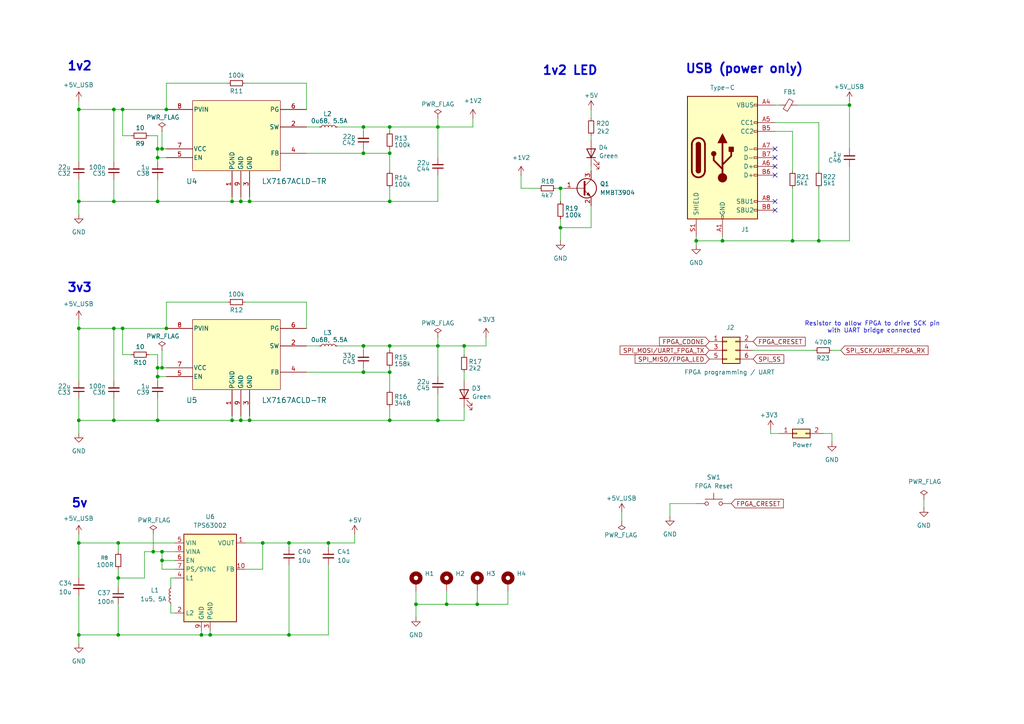
<source format=kicad_sch>
(kicad_sch (version 20250114) (generator "eeschema") (generator_version "9.0")
  (paper "A4")
  (lib_symbols
    (symbol "+5V_1" (power) (pin_numbers (hide yes)) (pin_names (offset 0) (hide yes))
      (property "Value" "+5V" (at 0 3.556 0))
      (symbol "+5V_1_1_1"
        (pin power_in line (at 0 0 90) (length 0) (name "~") (number "1"))
      )
    )
    (symbol "Connector:USB_C_Receptacle_USB2.0_16P" (pin_names (offset 1.016))
      (property "Reference" "J" (at 0 22.225 0))
      (property "Value" "USB_C_Receptacle_USB2.0_16P" (at 0 19.685 0))
      (symbol "USB_C_Receptacle_USB2.0_16P_1_1"
        (pin passive line (at -7.62 -22.86 90) (length 5.08) (name "SHIELD") (number "S1"))
        (pin passive line (at 0 -22.86 90) (length 5.08) (name "GND") (number "A1"))
        (pin passive line (at 0 -22.86 90) (length 5.08) (hide yes) (name "GND") (number "A12"))
        (pin passive line (at 0 -22.86 90) (length 5.08) (hide yes) (name "GND") (number "B1"))
        (pin passive line (at 0 -22.86 90) (length 5.08) (hide yes) (name "GND") (number "B12"))
        (pin passive line (at 15.24 15.24 180) (length 5.08) (name "VBUS") (number "A4"))
        (pin passive line (at 15.24 15.24 180) (length 5.08) (hide yes) (name "VBUS") (number "A9"))
        (pin passive line (at 15.24 15.24 180) (length 5.08) (hide yes) (name "VBUS") (number "B4"))
        (pin passive line (at 15.24 15.24 180) (length 5.08) (hide yes) (name "VBUS") (number "B9"))
        (pin bidirectional line (at 15.24 10.16 180) (length 5.08) (name "CC1") (number "A5"))
        (pin bidirectional line (at 15.24 7.62 180) (length 5.08) (name "CC2") (number "B5"))
        (pin bidirectional line (at 15.24 2.54 180) (length 5.08) (name "D-") (number "A7"))
        (pin bidirectional line (at 15.24 0 180) (length 5.08) (name "D-") (number "B7"))
        (pin bidirectional line (at 15.24 -2.54 180) (length 5.08) (name "D+") (number "A6"))
        (pin bidirectional line (at 15.24 -5.08 180) (length 5.08) (name "D+") (number "B6"))
        (pin bidirectional line (at 15.24 -12.7 180) (length 5.08) (name "SBU1") (number "A8"))
        (pin bidirectional line (at 15.24 -15.24 180) (length 5.08) (name "SBU2") (number "B8"))
      )
    )
    (symbol "Connector_Generic:Conn_02x01" (pin_names (offset 1.016) (hide yes))
      (property "Reference" "J" (at 1.27 2.54 0))
      (property "Value" "Conn_02x01" (at 1.27 -2.54 0))
      (symbol "Conn_02x01_1_1"
        (pin passive line (at -5.08 0 0) (length 3.81) (name "Pin_1") (number "1"))
        (pin passive line (at 7.62 0 180) (length 3.81) (name "Pin_2") (number "2"))
      )
    )
    (symbol "Connector_Generic:Conn_02x03_Odd_Even" (pin_names (offset 1.016) (hide yes))
      (property "Reference" "J" (at 1.27 5.08 0))
      (property "Value" "Conn_02x03_Odd_Even" (at 1.27 -5.08 0))
      (symbol "Conn_02x03_Odd_Even_1_1"
        (pin passive line (at -5.08 2.54 0) (length 3.81) (name "Pin_1") (number "1"))
        (pin passive line (at -5.08 0 0) (length 3.81) (name "Pin_3") (number "3"))
        (pin passive line (at -5.08 -2.54 0) (length 3.81) (name "Pin_5") (number "5"))
        (pin passive line (at 7.62 2.54 180) (length 3.81) (name "Pin_2") (number "2"))
        (pin passive line (at 7.62 0 180) (length 3.81) (name "Pin_4") (number "4"))
        (pin passive line (at 7.62 -2.54 180) (length 3.81) (name "Pin_6") (number "6"))
      )
    )
    (symbol "Device:C_Small" (pin_numbers (hide yes)) (pin_names (offset 0.254) (hide yes))
      (property "Reference" "C" (at 0.254 1.778 0))
      (property "Value" "C_Small" (at 0.254 -2.032 0))
      (symbol "C_Small_1_1"
        (pin passive line (at 0 2.54 270) (length 2.032) (name "~") (number "1"))
        (pin passive line (at 0 -2.54 90) (length 2.032) (name "~") (number "2"))
      )
    )
    (symbol "Device:FerriteBead_Small" (pin_numbers (hide yes)) (pin_names (offset 0))
      (property "Reference" "FB" (at 1.905 1.27 0))
      (property "Value" "FerriteBead_Small" (at 1.905 -1.27 0))
      (symbol "FerriteBead_Small_1_1"
        (pin passive line (at 0 2.54 270) (length 1.27) (name "~") (number "1"))
        (pin passive line (at 0 -2.54 90) (length 1.27) (name "~") (number "2"))
      )
    )
    (symbol "Device:LED" (pin_numbers (hide yes)) (pin_names (offset 1.016) (hide yes))
      (property "Reference" "D" (at 0 2.54 0))
      (property "Value" "LED" (at 0 -2.54 0))
      (symbol "LED_1_1"
        (pin passive line (at -3.81 0 0) (length 2.54) (name "K") (number "1"))
        (pin passive line (at 3.81 0 180) (length 2.54) (name "A") (number "2"))
      )
    )
    (symbol "Device:L_Small" (pin_numbers (hide yes)) (pin_names (offset 0.254) (hide yes))
      (property "Reference" "L" (at 0.762 1.016 0))
      (property "Value" "L_Small" (at 0.762 -1.016 0))
      (symbol "L_Small_1_1"
        (pin passive line (at 0 2.54 270) (length 0.508) (name "~") (number "1"))
        (pin passive line (at 0 -2.54 90) (length 0.508) (name "~") (number "2"))
      )
    )
    (symbol "Device:R_Small" (pin_numbers (hide yes)) (pin_names (offset 0.254) (hide yes))
      (property "Reference" "R" (at 0 0 90))
      (property "Value" "R_Small" (at 1.778 0 90))
      (symbol "R_Small_1_1"
        (pin passive line (at 0 2.54 270) (length 0.762) (name "~") (number "1"))
        (pin passive line (at 0 -2.54 90) (length 0.762) (name "~") (number "2"))
      )
    )
    (symbol "GND_2" (power) (pin_numbers (hide yes)) (pin_names (offset 0) (hide yes))
      (property "Value" "GND" (at 0 -3.81 0))
      (symbol "GND_2_1_1"
        (pin power_in line (at 0 0 270) (length 0) (name "~") (number "1"))
      )
    )
    (symbol "Mechanical:MountingHole_Pad" (pin_numbers (hide yes)) (pin_names (offset 1.016) (hide yes)) (in_bom no)
      (property "Reference" "H" (at 0 6.35 0))
      (property "Value" "MountingHole_Pad" (at 0 4.445 0))
      (symbol "MountingHole_Pad_1_1"
        (pin input line (at 0 -2.54 90) (length 2.54) (name "1") (number "1"))
      )
    )
    (symbol "Regulator_Switching:TPS63002"
      (property "Reference" "U" (at -7.62 13.97 0))
      (property "Value" "TPS63002" (at 5.08 13.97 0))
      (symbol "TPS63002_1_1"
        (pin power_in line (at -10.16 10.16 0) (length 2.54) (name "VIN") (number "5"))
        (pin power_in line (at -10.16 7.62 0) (length 2.54) (name "VINA") (number "8"))
        (pin input line (at -10.16 5.08 0) (length 2.54) (name "EN") (number "6"))
        (pin input line (at -10.16 2.54 0) (length 2.54) (name "PS/SYNC") (number "7"))
        (pin input line (at -10.16 0 0) (length 2.54) (name "L1") (number "4"))
        (pin input line (at -10.16 -10.16 0) (length 2.54) (name "L2") (number "2"))
        (pin power_in line (at -2.54 -15.24 90) (length 2.54) (name "GND") (number "9"))
        (pin passive line (at 0 -15.24 90) (length 2.54) (hide yes) (name "PGND") (number "11"))
        (pin power_in line (at 0 -15.24 90) (length 2.54) (name "PGND") (number "3"))
        (pin power_out line (at 10.16 10.16 180) (length 2.54) (name "VOUT") (number "1"))
        (pin input line (at 10.16 2.54 180) (length 2.54) (name "FB") (number "10"))
      )
    )
    (symbol "Switch:SW_Push" (pin_numbers (hide yes)) (pin_names (offset 1.016) (hide yes))
      (property "Reference" "SW" (at 1.27 2.54 0))
      (property "Value" "SW_Push" (at 0 -1.524 0))
      (symbol "SW_Push_0_1"
        (pin passive line (at -5.08 0 0) (length 2.54) (name "1") (number "1"))
        (pin passive line (at 5.08 0 180) (length 2.54) (name "2") (number "2"))
      )
    )
    (symbol "Transistor_BJT:MMBT3904" (pin_names (offset 0) (hide yes))
      (property "Reference" "Q" (at 5.08 1.905 0))
      (property "Value" "MMBT3904" (at 5.08 0 0))
      (symbol "MMBT3904_1_1"
        (pin input line (at -5.08 0 0) (length 2.54) (name "B") (number "1"))
        (pin passive line (at 2.54 5.08 270) (length 2.54) (name "C") (number "3"))
        (pin passive line (at 2.54 -5.08 90) (length 2.54) (name "E") (number "2"))
      )
    )
    (symbol "power:+1V2" (power) (pin_numbers (hide yes)) (pin_names (offset 0) (hide yes))
      (property "Value" "+1V2" (at 0 3.556 0))
      (symbol "+1V2_1_1"
        (pin power_in line (at 0 0 90) (length 0) (name "~") (number "1"))
      )
    )
    (symbol "power:+3V3" (power) (pin_numbers (hide yes)) (pin_names (offset 0) (hide yes))
      (property "Value" "+3V3" (at 0 3.556 0))
      (symbol "+3V3_1_1"
        (pin power_in line (at 0 0 90) (length 0) (name "~") (number "1"))
      )
    )
    (symbol "power:PWR_FLAG" (power) (pin_numbers (hide yes)) (pin_names (offset 0) (hide yes))
      (property "Value" "PWR_FLAG" (at 0 3.81 0))
      (symbol "PWR_FLAG_0_0"
        (pin power_out line (at 0 0 90) (length 0) (name "~") (number "1"))
      )
    )
    (symbol "symbols:LX7167ACLD-TR" (pin_names (offset 0.254))
      (property "Reference" "U5" (at 7.366 -18.288 0))
      (property "Value" "LX7167ACLD-TR" (at 37.084 -18.288 0))
      (symbol "LX7167ACLD-TR_0_1"
        (pin power_in line (at 0 2.54 0) (length 7.62) (name "PVIN") (number "8"))
        (pin power_in line (at 0 -8.89 0) (length 7.62) (name "VCC") (number "7"))
        (pin input line (at 0 -11.43 0) (length 7.62) (name "EN") (number "5"))
        (pin power_in line (at 19.05 -22.86 90) (length 7.62) (name "PGND") (number "1"))
        (pin power_in line (at 21.59 -22.86 90) (length 7.62) (name "GND") (number "9"))
        (pin power_in line (at 24.13 -22.86 90) (length 7.62) (name "GND") (number "3"))
        (pin output line (at 40.64 2.54 180) (length 7.62) (name "PG") (number "6"))
        (pin input line (at 40.64 -2.54 180) (length 7.62) (name "SW") (number "2"))
        (pin input line (at 40.64 -10.16 180) (length 7.62) (name "FB") (number "4"))
      )
    )
  )
  (text "1v2 LED" (at 165.354 20.574 0) (effects (font (size 2.54 2.54) (thickness 0.508) (bold yes))))
  (text "Resistor to allow FPGA to drive SCK pin \nwith UART bridge connected" (at 253.492 94.996 0) (effects (font (size 1.27 1.27))))
  (text "3v3" (at 23.114 83.566 0) (effects (font (size 2.54 2.54) (thickness 0.508) (bold yes))))
  (text "5v" (at 23.114 146.05 0) (effects (font (size 2.54 2.54) (thickness 0.508) (bold yes))))
  (text "1v2" (at 23.114 19.304 0) (effects (font (size 2.54 2.54) (thickness 0.508) (bold yes))))
  (text "USB (power only)" (at 215.9 20.066 0) (effects (font (size 2.54 2.54) (thickness 0.508) (bold yes))))
  (junction (at 46.99 160.02))
  (junction (at 67.31 121.92))
  (junction (at 45.72 121.92))
  (junction (at 45.72 43.18))
  (junction (at 33.02 121.92))
  (junction (at 46.99 162.56))
  (junction (at 105.41 107.95))
  (junction (at 162.56 54.61))
  (junction (at 45.72 109.22))
  (junction (at 237.49 69.85))
  (junction (at 113.03 44.45))
  (junction (at 22.86 31.75))
  (junction (at 45.72 45.72))
  (junction (at 22.86 157.48))
  (junction (at 33.02 31.75))
  (junction (at 105.41 44.45))
  (junction (at 33.02 58.42))
  (junction (at 201.93 69.85))
  (junction (at 48.26 31.75))
  (junction (at 34.29 167.64))
  (junction (at 22.86 58.42))
  (junction (at 83.82 157.48))
  (junction (at 127 100.33))
  (junction (at 22.86 95.25))
  (junction (at 76.2 157.48))
  (junction (at 120.65 175.26))
  (junction (at 22.86 121.92))
  (junction (at 113.03 121.92))
  (junction (at 44.45 160.02))
  (junction (at 35.56 31.75))
  (junction (at 127 36.83))
  (junction (at 134.62 100.33))
  (junction (at 162.56 66.04))
  (junction (at 95.25 157.48))
  (junction (at 127 121.92))
  (junction (at 34.29 184.15))
  (junction (at 105.41 36.83))
  (junction (at 45.72 58.42))
  (junction (at 46.99 106.68))
  (junction (at 46.99 43.18))
  (junction (at 69.85 58.42))
  (junction (at 22.86 184.15))
  (junction (at 58.42 184.15))
  (junction (at 69.85 121.92))
  (junction (at 34.29 157.48))
  (junction (at 60.96 184.15))
  (junction (at 113.03 58.42))
  (junction (at 113.03 107.95))
  (junction (at 45.72 106.68))
  (junction (at 67.31 58.42))
  (junction (at 33.02 95.25))
  (junction (at 48.26 95.25))
  (junction (at 35.56 95.25))
  (junction (at 246.38 30.48))
  (junction (at 83.82 184.15))
  (junction (at 138.43 175.26))
  (junction (at 72.39 58.42))
  (junction (at 113.03 36.83))
  (junction (at 113.03 100.33))
  (junction (at 105.41 100.33))
  (junction (at 229.87 69.85))
  (junction (at 72.39 121.92))
  (junction (at 129.54 175.26))
  (junction (at 209.55 69.85))
  (no_connect (at 224.79 58.42))
  (no_connect (at 224.79 50.8))
  (no_connect (at 224.79 60.96))
  (no_connect (at 224.79 43.18))
  (no_connect (at 224.79 48.26))
  (no_connect (at 224.79 45.72))
  (wire (pts (xy 45.72 46.99) (xy 45.72 45.72)))
  (wire (pts (xy 22.86 31.75) (xy 33.02 31.75)))
  (wire (pts (xy 201.93 69.85) (xy 209.55 69.85)))
  (wire (pts (xy 66.04 24.13) (xy 48.26 24.13)))
  (wire (pts (xy 127 58.42) (xy 127 50.8)))
  (wire (pts (xy 72.39 57.15) (xy 72.39 58.42)))
  (wire (pts (xy 22.86 125.73) (xy 22.86 121.92)))
  (wire (pts (xy 60.96 184.15) (xy 58.42 184.15)))
  (wire (pts (xy 171.45 66.04) (xy 162.56 66.04)))
  (wire (pts (xy 151.13 54.61) (xy 156.21 54.61)))
  (wire (pts (xy 72.39 121.92) (xy 69.85 121.92)))
  (wire (pts (xy 69.85 58.42) (xy 67.31 58.42)))
  (wire (pts (xy 49.53 177.8) (xy 49.53 175.26)))
  (wire (pts (xy 45.72 58.42) (xy 67.31 58.42)))
  (wire (pts (xy 97.79 36.83) (xy 105.41 36.83)))
  (wire (pts (xy 45.72 102.87) (xy 45.72 106.68)))
  (wire (pts (xy 105.41 36.83) (xy 113.03 36.83)))
  (wire (pts (xy 22.86 115.57) (xy 22.86 121.92)))
  (wire (pts (xy 34.29 167.64) (xy 41.91 167.64)))
  (wire (pts (xy 171.45 48.26) (xy 171.45 49.53)))
  (wire (pts (xy 113.03 44.45) (xy 113.03 43.18)))
  (wire (pts (xy 134.62 100.33) (xy 134.62 102.87)))
  (wire (pts (xy 46.99 43.18) (xy 48.26 43.18)))
  (wire (pts (xy 45.72 115.57) (xy 45.72 121.92)))
  (wire (pts (xy 72.39 58.42) (xy 69.85 58.42)))
  (wire (pts (xy 43.18 39.37) (xy 45.72 39.37)))
  (wire (pts (xy 95.25 184.15) (xy 83.82 184.15)))
  (wire (pts (xy 45.72 109.22) (xy 45.72 106.68)))
  (wire (pts (xy 49.53 170.18) (xy 49.53 167.64)))
  (wire (pts (xy 246.38 43.18) (xy 246.38 30.48)))
  (wire (pts (xy 224.79 30.48) (xy 226.06 30.48)))
  (wire (pts (xy 229.87 69.85) (xy 237.49 69.85)))
  (wire (pts (xy 113.03 58.42) (xy 72.39 58.42)))
  (wire (pts (xy 34.29 184.15) (xy 58.42 184.15)))
  (wire (pts (xy 201.93 68.58) (xy 201.93 69.85)))
  (wire (pts (xy 113.03 54.61) (xy 113.03 58.42)))
  (wire (pts (xy 48.26 24.13) (xy 48.26 31.75)))
  (wire (pts (xy 76.2 165.1) (xy 76.2 157.48)))
  (wire (pts (xy 127 36.83) (xy 137.16 36.83)))
  (wire (pts (xy 45.72 121.92) (xy 67.31 121.92)))
  (wire (pts (xy 50.8 177.8) (xy 49.53 177.8)))
  (wire (pts (xy 237.49 54.61) (xy 237.49 69.85)))
  (wire (pts (xy 33.02 31.75) (xy 33.02 46.99)))
  (wire (pts (xy 171.45 59.69) (xy 171.45 66.04)))
  (wire (pts (xy 113.03 100.33) (xy 127 100.33)))
  (wire (pts (xy 162.56 66.04) (xy 162.56 63.5)))
  (wire (pts (xy 35.56 39.37) (xy 35.56 31.75)))
  (wire (pts (xy 33.02 95.25) (xy 33.02 110.49)))
  (wire (pts (xy 46.99 160.02) (xy 50.8 160.02)))
  (wire (pts (xy 138.43 175.26) (xy 129.54 175.26)))
  (wire (pts (xy 129.54 171.45) (xy 129.54 175.26)))
  (wire (pts (xy 83.82 184.15) (xy 60.96 184.15)))
  (wire (pts (xy 134.62 107.95) (xy 134.62 110.49)))
  (wire (pts (xy 151.13 50.8) (xy 151.13 54.61)))
  (wire (pts (xy 127 36.83) (xy 127 45.72)))
  (wire (pts (xy 223.52 124.46) (xy 223.52 125.73)))
  (wire (pts (xy 231.14 30.48) (xy 246.38 30.48)))
  (wire (pts (xy 127 100.33) (xy 127 109.22)))
  (wire (pts (xy 194.31 146.05) (xy 194.31 149.86)))
  (wire (pts (xy 34.29 167.64) (xy 34.29 170.18)))
  (wire (pts (xy 162.56 69.85) (xy 162.56 66.04)))
  (wire (pts (xy 129.54 175.26) (xy 120.65 175.26)))
  (wire (pts (xy 180.34 148.59) (xy 180.34 151.13)))
  (wire (pts (xy 34.29 175.26) (xy 34.29 184.15)))
  (wire (pts (xy 45.72 39.37) (xy 45.72 43.18)))
  (wire (pts (xy 147.32 171.45) (xy 147.32 175.26)))
  (wire (pts (xy 105.41 100.33) (xy 113.03 100.33)))
  (wire (pts (xy 113.03 121.92) (xy 72.39 121.92)))
  (wire (pts (xy 22.86 157.48) (xy 34.29 157.48)))
  (wire (pts (xy 33.02 95.25) (xy 35.56 95.25)))
  (wire (pts (xy 60.96 182.88) (xy 60.96 184.15)))
  (wire (pts (xy 246.38 29.21) (xy 246.38 30.48)))
  (wire (pts (xy 224.79 38.1) (xy 229.87 38.1)))
  (wire (pts (xy 134.62 118.11) (xy 134.62 121.92)))
  (wire (pts (xy 88.9 24.13) (xy 71.12 24.13)))
  (wire (pts (xy 243.84 101.6) (xy 241.3 101.6)))
  (wire (pts (xy 46.99 162.56) (xy 50.8 162.56)))
  (wire (pts (xy 120.65 175.26) (xy 120.65 179.07)))
  (wire (pts (xy 88.9 31.75) (xy 88.9 24.13)))
  (wire (pts (xy 88.9 100.33) (xy 92.71 100.33)))
  (wire (pts (xy 102.87 157.48) (xy 102.87 154.94)))
  (wire (pts (xy 246.38 48.26) (xy 246.38 69.85)))
  (wire (pts (xy 43.18 102.87) (xy 45.72 102.87)))
  (wire (pts (xy 35.56 102.87) (xy 35.56 95.25)))
  (wire (pts (xy 224.79 35.56) (xy 237.49 35.56)))
  (wire (pts (xy 201.93 69.85) (xy 201.93 71.12)))
  (wire (pts (xy 67.31 57.15) (xy 67.31 58.42)))
  (wire (pts (xy 72.39 120.65) (xy 72.39 121.92)))
  (wire (pts (xy 241.3 128.27) (xy 241.3 125.73)))
  (wire (pts (xy 48.26 87.63) (xy 48.26 95.25)))
  (wire (pts (xy 45.72 52.07) (xy 45.72 58.42)))
  (wire (pts (xy 134.62 121.92) (xy 127 121.92)))
  (wire (pts (xy 49.53 167.64) (xy 50.8 167.64)))
  (wire (pts (xy 97.79 100.33) (xy 105.41 100.33)))
  (wire (pts (xy 88.9 87.63) (xy 71.12 87.63)))
  (wire (pts (xy 105.41 44.45) (xy 105.41 43.18)))
  (wire (pts (xy 88.9 36.83) (xy 92.71 36.83)))
  (wire (pts (xy 105.41 36.83) (xy 105.41 38.1)))
  (wire (pts (xy 209.55 68.58) (xy 209.55 69.85)))
  (wire (pts (xy 88.9 44.45) (xy 105.41 44.45)))
  (wire (pts (xy 44.45 154.94) (xy 44.45 160.02)))
  (wire (pts (xy 113.03 107.95) (xy 113.03 113.03)))
  (wire (pts (xy 267.97 147.32) (xy 267.97 144.78)))
  (wire (pts (xy 223.52 125.73) (xy 226.06 125.73)))
  (wire (pts (xy 95.25 163.83) (xy 95.25 184.15)))
  (wire (pts (xy 127 121.92) (xy 127 114.3)))
  (wire (pts (xy 22.86 186.69) (xy 22.86 184.15)))
  (wire (pts (xy 113.03 121.92) (xy 127 121.92)))
  (wire (pts (xy 113.03 44.45) (xy 113.03 49.53)))
  (wire (pts (xy 83.82 157.48) (xy 95.25 157.48)))
  (wire (pts (xy 113.03 36.83) (xy 127 36.83)))
  (wire (pts (xy 22.86 121.92) (xy 33.02 121.92)))
  (wire (pts (xy 105.41 100.33) (xy 105.41 101.6)))
  (wire (pts (xy 45.72 43.18) (xy 46.99 43.18)))
  (wire (pts (xy 45.72 106.68) (xy 46.99 106.68)))
  (wire (pts (xy 35.56 95.25) (xy 48.26 95.25)))
  (wire (pts (xy 50.8 165.1) (xy 46.99 165.1)))
  (wire (pts (xy 34.29 157.48) (xy 34.29 160.02)))
  (wire (pts (xy 67.31 120.65) (xy 67.31 121.92)))
  (wire (pts (xy 71.12 165.1) (xy 76.2 165.1)))
  (wire (pts (xy 83.82 163.83) (xy 83.82 184.15)))
  (wire (pts (xy 237.49 35.56) (xy 237.49 49.53)))
  (wire (pts (xy 76.2 157.48) (xy 83.82 157.48)))
  (wire (pts (xy 38.1 102.87) (xy 35.56 102.87)))
  (wire (pts (xy 218.44 101.6) (xy 236.22 101.6)))
  (wire (pts (xy 33.02 58.42) (xy 45.72 58.42)))
  (wire (pts (xy 34.29 165.1) (xy 34.29 167.64)))
  (wire (pts (xy 162.56 54.61) (xy 162.56 58.42)))
  (wire (pts (xy 22.86 95.25) (xy 22.86 110.49)))
  (wire (pts (xy 237.49 69.85) (xy 246.38 69.85)))
  (wire (pts (xy 138.43 171.45) (xy 138.43 175.26)))
  (wire (pts (xy 33.02 121.92) (xy 45.72 121.92)))
  (wire (pts (xy 46.99 101.6) (xy 46.99 106.68)))
  (wire (pts (xy 71.12 157.48) (xy 76.2 157.48)))
  (wire (pts (xy 88.9 95.25) (xy 88.9 87.63)))
  (wire (pts (xy 33.02 31.75) (xy 35.56 31.75)))
  (wire (pts (xy 209.55 69.85) (xy 229.87 69.85)))
  (wire (pts (xy 127 97.79) (xy 127 100.33)))
  (wire (pts (xy 120.65 171.45) (xy 120.65 175.26)))
  (wire (pts (xy 105.41 44.45) (xy 113.03 44.45)))
  (wire (pts (xy 66.04 87.63) (xy 48.26 87.63)))
  (wire (pts (xy 46.99 106.68) (xy 48.26 106.68)))
  (wire (pts (xy 88.9 107.95) (xy 105.41 107.95)))
  (wire (pts (xy 95.25 157.48) (xy 102.87 157.48)))
  (wire (pts (xy 194.31 146.05) (xy 201.93 146.05)))
  (wire (pts (xy 105.41 107.95) (xy 113.03 107.95)))
  (wire (pts (xy 137.16 34.29) (xy 137.16 36.83)))
  (wire (pts (xy 44.45 160.02) (xy 46.99 160.02)))
  (wire (pts (xy 22.86 62.23) (xy 22.86 58.42)))
  (wire (pts (xy 113.03 118.11) (xy 113.03 121.92)))
  (wire (pts (xy 22.86 31.75) (xy 22.86 29.21)))
  (wire (pts (xy 22.86 58.42) (xy 33.02 58.42)))
  (wire (pts (xy 22.86 172.72) (xy 22.86 184.15)))
  (wire (pts (xy 22.86 52.07) (xy 22.86 58.42)))
  (wire (pts (xy 229.87 54.61) (xy 229.87 69.85)))
  (wire (pts (xy 113.03 58.42) (xy 127 58.42)))
  (wire (pts (xy 45.72 45.72) (xy 45.72 43.18)))
  (wire (pts (xy 147.32 175.26) (xy 138.43 175.26)))
  (wire (pts (xy 35.56 31.75) (xy 48.26 31.75)))
  (wire (pts (xy 229.87 38.1) (xy 229.87 49.53)))
  (wire (pts (xy 161.29 54.61) (xy 162.56 54.61)))
  (wire (pts (xy 127 100.33) (xy 134.62 100.33)))
  (wire (pts (xy 22.86 184.15) (xy 34.29 184.15)))
  (wire (pts (xy 113.03 107.95) (xy 113.03 106.68)))
  (wire (pts (xy 45.72 110.49) (xy 45.72 109.22)))
  (wire (pts (xy 83.82 157.48) (xy 83.82 158.75)))
  (wire (pts (xy 46.99 165.1) (xy 46.99 162.56)))
  (wire (pts (xy 22.86 95.25) (xy 33.02 95.25)))
  (wire (pts (xy 46.99 38.1) (xy 46.99 43.18)))
  (wire (pts (xy 69.85 120.65) (xy 69.85 121.92)))
  (wire (pts (xy 41.91 160.02) (xy 44.45 160.02)))
  (wire (pts (xy 58.42 184.15) (xy 58.42 182.88)))
  (wire (pts (xy 140.97 97.79) (xy 140.97 100.33)))
  (wire (pts (xy 127 34.29) (xy 127 36.83)))
  (wire (pts (xy 162.56 54.61) (xy 163.83 54.61)))
  (wire (pts (xy 134.62 100.33) (xy 140.97 100.33)))
  (wire (pts (xy 113.03 100.33) (xy 113.03 101.6)))
  (wire (pts (xy 105.41 107.95) (xy 105.41 106.68)))
  (wire (pts (xy 241.3 125.73) (xy 238.76 125.73)))
  (wire (pts (xy 33.02 52.07) (xy 33.02 58.42)))
  (wire (pts (xy 22.86 157.48) (xy 22.86 167.64)))
  (wire (pts (xy 45.72 45.72) (xy 48.26 45.72)))
  (wire (pts (xy 69.85 121.92) (xy 67.31 121.92)))
  (wire (pts (xy 34.29 157.48) (xy 50.8 157.48)))
  (wire (pts (xy 41.91 167.64) (xy 41.91 160.02)))
  (wire (pts (xy 33.02 115.57) (xy 33.02 121.92)))
  (wire (pts (xy 22.86 95.25) (xy 22.86 92.71)))
  (wire (pts (xy 45.72 109.22) (xy 48.26 109.22)))
  (wire (pts (xy 113.03 36.83) (xy 113.03 38.1)))
  (wire (pts (xy 69.85 57.15) (xy 69.85 58.42)))
  (wire (pts (xy 38.1 39.37) (xy 35.56 39.37)))
  (wire (pts (xy 46.99 162.56) (xy 46.99 160.02)))
  (wire (pts (xy 171.45 39.37) (xy 171.45 40.64)))
  (wire (pts (xy 22.86 154.94) (xy 22.86 157.48)))
  (wire (pts (xy 171.45 31.75) (xy 171.45 34.29)))
  (wire (pts (xy 95.25 157.48) (xy 95.25 158.75)))
  (wire (pts (xy 22.86 31.75) (xy 22.86 46.99)))
  (global_label "FPGA_CRESET" (shape input) (at 212.09 146.05 0) (property "Intersheetrefs" "${INTERSHEET_REFS}" (effects (hide yes))))
  (global_label "SPI_MISO{slash}FPGA_LED" (shape input) (at 205.74 104.14 180) (property "Intersheetrefs" "${INTERSHEET_REFS}" (effects (hide yes))))
  (global_label "SPI_SCK{slash}UART_FPGA_RX" (shape input) (at 243.84 101.6 0) (property "Intersheetrefs" "${INTERSHEET_REFS}" (effects (hide yes))))
  (global_label "SPI_MOSI{slash}UART_FPGA_TX" (shape input) (at 205.74 101.6 180) (property "Intersheetrefs" "${INTERSHEET_REFS}" (effects (hide yes))))
  (global_label "SPI_SS" (shape input) (at 218.44 104.14 0) (property "Intersheetrefs" "${INTERSHEET_REFS}" (effects (hide yes))))
  (global_label "FPGA_CRESET" (shape input) (at 218.44 99.06 0) (property "Intersheetrefs" "${INTERSHEET_REFS}" (effects (hide yes))))
  (global_label "FPGA_CDONE" (shape input) (at 205.74 99.06 180) (property "Intersheetrefs" "${INTERSHEET_REFS}" (effects (hide yes))))
  (symbol (lib_id "Device:C_Small") (at 83.82 161.29 0) (unit 1)
    (property "Reference" "C40" (at 86.36 160.0262 0) (effects (justify left)))
    (property "Value" "10u" (at 86.36 162.5662 0) (effects (justify left)))
    (property "Footprint" "Capacitor_SMD:C_0805_2012Metric_Pad1.18x1.45mm_HandSolder" (effects (hide yes)))
    (property "Description" "Unpolarized capacitor, small symbol" (effects (hide yes)))
    (property "Mouser Part Number" "187-CL21A106KQFNNNG" (effects (hide yes)))
  )
  (symbol (lib_id "power:+3V3") (at 140.97 97.79 0) (unit 1)
    (property "Reference" "#PWR030" (effects (hide yes)))
    (property "Value" "+3V3" (at 140.97 92.71 0))
    (property "Description" "Power symbol creates a global label with name \"+3V3\"" (effects (hide yes)))
  )
  (symbol (lib_id "Switch:SW_Push") (at 207.01 146.05 0) (unit 1)
    (property "Reference" "SW1" (at 207.01 138.43 0))
    (property "Value" "FPGA Reset" (at 207.01 140.97 0))
    (property "Footprint" "footprints:SWT0010-015016SSA" (effects (hide yes)))
    (property "Description" "Push button switch, generic, two pins" (effects (hide yes)))
    (property "Mouser Part Number" "640-SWT0010015016SSA" (effects (hide yes)))
  )
  (symbol (lib_id "Device:L_Small") (at 95.25 100.33 90) (unit 1)
    (property "Reference" "L3" (at 94.996 96.52 90))
    (property "Value" "0u68, 5.5A" (at 95.504 98.552 90))
    (property "Footprint" "Inductor_SMD:L_1008_2520Metric_Pad1.43x2.20mm_HandSolder" (effects (hide yes)))
    (property "Mouser Part Number" "652-SRP2512-R68M" (effects (hide yes)))
  )
  (symbol (lib_id "power:PWR_FLAG") (at 46.99 38.1 0) (unit 1)
    (property "Reference" "#FLG07" (effects (hide yes)))
    (property "Value" "PWR_FLAG" (at 47.244 34.036 0))
    (property "Description" "Special symbol for telling ERC where power comes from" (effects (hide yes)))
  )
  (symbol (lib_id "Regulator_Switching:TPS63002") (at 60.96 167.64 0) (unit 1)
    (property "Reference" "U6" (at 60.96 149.86 0))
    (property "Value" "TPS63002" (at 60.96 152.4 0))
    (property "Footprint" "Package_SON:VSON-10-1EP_3x3mm_P0.5mm_EP1.2x2mm" (effects (hide yes)))
    (property "Datasheet" "http://www.ti.com/lit/ds/symlink/tps63000.pdf" (effects (hide yes)))
    (property "Description" "Buck-Boost Converter, 1.8-5.5V Input Voltage, 1.7A Switch Current, 5V Output Voltage, VSON-10" (effects (hide yes)))
    (property "Mouser Part Number" "595-TPS63002DRCR" (effects (hide yes)))
  )
  (symbol (lib_id "power:PWR_FLAG") (at 127 97.79 0) (unit 1)
    (property "Reference" "#FLG010" (effects (hide yes)))
    (property "Value" "PWR_FLAG" (at 127 93.726 0))
    (property "Description" "Special symbol for telling ERC where power comes from" (effects (hide yes)))
  )
  (symbol (lib_name "+5V_1") (lib_id "power:+5V") (at 171.45 31.75 0) (unit 1)
    (property "Reference" "#PWR033" (effects (hide yes)))
    (property "Value" "+5V" (at 171.45 27.686 0))
    (property "Description" "Power symbol creates a global label with name \"+5V\"" (effects (hide yes)))
  )
  (symbol (lib_id "Mechanical:MountingHole_Pad") (at 147.32 168.91 0) (unit 1) (in_bom no)
    (property "Reference" "H4" (at 149.86 166.3699 0) (effects (justify left)))
    (property "Value" "MountingHole_Pad" (effects (hide yes)))
    (property "Footprint" "MountingHole:MountingHole_2.2mm_M2_Pad_Via" (effects (hide yes)))
    (property "Description" "Mounting Hole with connection" (effects (hide yes)))
  )
  (symbol (lib_name "+5V_1") (lib_id "power:+5V") (at 246.38 29.21 0) (unit 1)
    (property "Reference" "#PWR039" (effects (hide yes)))
    (property "Value" "+5V_USB" (at 241.808 25.146 0) (effects (justify left)))
    (property "Description" "Power symbol creates a global label with name \"+5V\"" (effects (hide yes)))
  )
  (symbol (lib_id "power:PWR_FLAG") (at 44.45 154.94 0) (unit 1)
    (property "Reference" "#FLG06" (effects (hide yes)))
    (property "Value" "PWR_FLAG" (at 44.704 150.876 0))
    (property "Description" "Special symbol for telling ERC where power comes from" (effects (hide yes)))
  )
  (symbol (lib_id "Device:R_Small") (at 68.58 24.13 90) (unit 1)
    (property "Reference" "R11" (at 68.58 26.416 90))
    (property "Value" "100k" (at 68.58 21.844 90))
    (property "Footprint" "Resistor_SMD:R_0805_2012Metric_Pad1.20x1.40mm_HandSolder" (effects (hide yes)))
    (property "Description" "Resistor, small symbol" (effects (hide yes)))
    (property "Mouser Part Number" "603-RT0805DRE07100KL" (effects (hide yes)))
  )
  (symbol (lib_id "Device:C_Small") (at 34.29 172.72 0) (unit 1)
    (property "Reference" "C37" (at 28.194 171.958 0) (effects (justify left)))
    (property "Value" "100n" (at 28.194 174.498 0) (effects (justify left)))
    (property "Footprint" "Capacitor_SMD:C_0603_1608Metric_Pad1.08x0.95mm_HandSolder" (effects (hide yes)))
    (property "Description" "Unpolarized capacitor, small symbol" (effects (hide yes)))
    (property "Mouser Part Number" "187-CL10B104KB8NNNC" (effects (hide yes)))
  )
  (symbol (lib_id "Mechanical:MountingHole_Pad") (at 129.54 168.91 0) (unit 1) (in_bom no)
    (property "Reference" "H2" (at 132.08 166.3699 0) (effects (justify left)))
    (property "Value" "MountingHole_Pad" (effects (hide yes)))
    (property "Footprint" "MountingHole:MountingHole_2.2mm_M2_Pad_Via" (effects (hide yes)))
    (property "Description" "Mounting Hole with connection" (effects (hide yes)))
  )
  (symbol (lib_id "Device:C_Small") (at 105.41 104.14 180) (unit 1)
    (property "Reference" "C43" (at 103.124 104.902 0) (effects (justify left)))
    (property "Value" "33p" (at 103.124 103.124 0) (effects (justify left)))
    (property "Footprint" "Capacitor_SMD:C_0805_2012Metric_Pad1.18x1.45mm_HandSolder" (effects (hide yes)))
    (property "Mouser Part Number" "603-CC805KRNPO9BN330" (effects (hide yes)))
  )
  (symbol (lib_id "Device:C_Small") (at 33.02 113.03 180) (unit 1)
    (property "Reference" "C36" (at 30.734 113.792 0) (effects (justify left)))
    (property "Value" "100n" (at 30.734 112.014 0) (effects (justify left)))
    (property "Footprint" "Capacitor_SMD:C_0603_1608Metric_Pad1.08x0.95mm_HandSolder" (effects (hide yes)))
    (property "Mouser Part Number" "187-CL10B104KB8NNNC" (effects (hide yes)))
  )
  (symbol (lib_id "power:PWR_FLAG") (at 180.34 151.13 180) (unit 1)
    (property "Reference" "#FLG011" (effects (hide yes)))
    (property "Value" "PWR_FLAG" (at 180.086 155.194 0))
    (property "Description" "Special symbol for telling ERC where power comes from" (effects (hide yes)))
  )
  (symbol (lib_id "Device:R_Small") (at 171.45 36.83 180) (unit 1)
    (property "Reference" "R20" (at 176.784 35.814 0) (effects (justify left)))
    (property "Value" "2k2" (at 176.784 38.1 0) (effects (justify left)))
    (property "Footprint" "Resistor_SMD:R_0805_2012Metric_Pad1.20x1.40mm_HandSolder" (effects (hide yes)))
    (property "Description" "Resistor, small symbol" (effects (hide yes)))
    (property "Mouser Part Number" "603-RC0805FR-072K2L" (effects (hide yes)))
  )
  (symbol (lib_id "Device:C_Small") (at 45.72 49.53 180) (unit 1)
    (property "Reference" "C38" (at 43.434 50.292 0) (effects (justify left)))
    (property "Value" "1u" (at 43.434 48.514 0) (effects (justify left)))
    (property "Footprint" "Capacitor_SMD:C_0805_2012Metric_Pad1.18x1.45mm_HandSolder" (effects (hide yes)))
    (property "Mouser Part Number" "187-CL21B105KPFNNNE" (effects (hide yes)))
  )
  (symbol (lib_id "Device:C_Small") (at 105.41 40.64 180) (unit 1)
    (property "Reference" "C42" (at 103.124 41.402 0) (effects (justify left)))
    (property "Value" "22p" (at 103.124 39.624 0) (effects (justify left)))
    (property "Footprint" "Capacitor_SMD:C_0805_2012Metric_Pad1.18x1.45mm_HandSolder" (effects (hide yes)))
    (property "Mouser Part Number" "603-CC805JRNPO9BN220" (effects (hide yes)))
  )
  (symbol (lib_id "Mechanical:MountingHole_Pad") (at 138.43 168.91 0) (unit 1) (in_bom no)
    (property "Reference" "H3" (at 140.97 166.3699 0) (effects (justify left)))
    (property "Value" "MountingHole_Pad" (effects (hide yes)))
    (property "Footprint" "MountingHole:MountingHole_2.2mm_M2_Pad_Via" (effects (hide yes)))
    (property "Description" "Mounting Hole with connection" (effects (hide yes)))
  )
  (symbol (lib_id "Device:LED") (at 171.45 44.45 90) (unit 1)
    (property "Reference" "D4" (at 173.609 42.799 90) (effects (justify right)))
    (property "Value" "Green" (at 173.736 45.212 90) (effects (justify right)))
    (property "Footprint" "LED_SMD:LED_0805_2012Metric_Pad1.15x1.40mm_HandSolder" (effects (hide yes)))
    (property "Description" "Light emitting diode" (effects (hide yes)))
    (property "Mouser Part Number" "710-150080GS75000" (effects (hide yes)))
    (property "Sim.Pins" "1=K 2=A" (effects (hide yes)))
  )
  (symbol (lib_name "GND_2") (lib_id "power:GND") (at 22.86 186.69 0) (unit 1)
    (property "Reference" "#PWR027" (effects (hide yes)))
    (property "Value" "GND" (at 22.86 191.77 0))
    (property "Description" "Power symbol creates a global label with name \"GND\" , ground" (effects (hide yes)))
  )
  (symbol (lib_id "Transistor_BJT:MMBT3904") (at 168.91 54.61 0) (unit 1)
    (property "Reference" "Q1" (at 173.99 53.3399 0) (effects (justify left)))
    (property "Value" "MMBT3904" (at 173.99 55.8799 0) (effects (justify left)))
    (property "Footprint" "Package_TO_SOT_SMD:SOT-23" (effects (hide yes)))
    (property "Datasheet" "https://www.onsemi.com/pdf/datasheet/pzt3904-d.pdf" (effects (hide yes)))
    (property "Description" "0.2A Ic, 40V Vce, Small Signal NPN Transistor, SOT-23" (effects (hide yes)))
    (property "Mouser Part Number" "637-MMBT3904" (effects (hide yes)))
  )
  (symbol (lib_name "+5V_1") (lib_id "power:+5V") (at 180.34 148.59 0) (unit 1)
    (property "Reference" "#PWR034" (effects (hide yes)))
    (property "Value" "+5V_USB" (at 175.768 144.526 0) (effects (justify left)))
    (property "Description" "Power symbol creates a global label with name \"+5V\"" (effects (hide yes)))
  )
  (symbol (lib_id "Device:R_Small") (at 162.56 60.96 0) (unit 1)
    (property "Reference" "R19" (at 163.83 60.452 0) (effects (justify left)))
    (property "Value" "100k" (at 163.83 62.357 0) (effects (justify left)))
    (property "Footprint" "Resistor_SMD:R_0805_2012Metric_Pad1.20x1.40mm_HandSolder" (effects (hide yes)))
    (property "Description" "Resistor, small symbol" (effects (hide yes)))
    (property "Mouser Part Number" "603-RT0805DRE07100KL" (effects (hide yes)))
  )
  (symbol (lib_id "Device:R_Small") (at 34.29 162.56 0) (unit 1)
    (property "Reference" "R8" (at 29.21 161.798 0) (effects (font (size 1.016 1.016)) (justify left)))
    (property "Value" "100R" (at 27.94 163.83 0) (effects (justify left)))
    (property "Footprint" "Resistor_SMD:R_0805_2012Metric_Pad1.20x1.40mm_HandSolder" (effects (hide yes)))
    (property "Description" "Resistor, small symbol" (effects (hide yes)))
    (property "Mouser Part Number" "603-AC0805FR-13100RL" (effects (hide yes)))
  )
  (symbol (lib_id "Device:C_Small") (at 33.02 49.53 180) (unit 1)
    (property "Reference" "C35" (at 30.734 50.292 0) (effects (justify left)))
    (property "Value" "100n" (at 30.734 48.514 0) (effects (justify left)))
    (property "Footprint" "Capacitor_SMD:C_0603_1608Metric_Pad1.08x0.95mm_HandSolder" (effects (hide yes)))
    (property "Mouser Part Number" "187-CL10B104KB8NNNC" (effects (hide yes)))
  )
  (symbol (lib_name "GND_2") (lib_id "power:GND") (at 162.56 69.85 0) (unit 1)
    (property "Reference" "#PWR032" (effects (hide yes)))
    (property "Value" "GND" (at 162.56 74.93 0))
    (property "Description" "Power symbol creates a global label with name \"GND\" , ground" (effects (hide yes)))
  )
  (symbol (lib_name "GND_2") (lib_id "power:GND") (at 120.65 179.07 0) (unit 1)
    (property "Reference" "#PWR063" (effects (hide yes)))
    (property "Value" "GND" (at 120.65 184.15 0))
    (property "Description" "Power symbol creates a global label with name \"GND\" , ground" (effects (hide yes)))
  )
  (symbol (lib_id "Device:C_Small") (at 95.25 161.29 0) (unit 1)
    (property "Reference" "C41" (at 97.79 160.0262 0) (effects (justify left)))
    (property "Value" "10u" (at 97.79 162.5662 0) (effects (justify left)))
    (property "Footprint" "Capacitor_SMD:C_0805_2012Metric_Pad1.18x1.45mm_HandSolder" (effects (hide yes)))
    (property "Description" "Unpolarized capacitor, small symbol" (effects (hide yes)))
    (property "Mouser Part Number" "187-CL21A106KQFNNNG" (effects (hide yes)))
  )
  (symbol (lib_id "power:+1V2") (at 137.16 34.29 0) (unit 1)
    (property "Reference" "#PWR029" (effects (hide yes)))
    (property "Value" "+1V2" (at 137.16 29.21 0))
    (property "Description" "Power symbol creates a global label with name \"+1V2\"" (effects (hide yes)))
  )
  (symbol (lib_id "Device:R_Small") (at 68.58 87.63 90) (unit 1)
    (property "Reference" "R12" (at 68.58 89.916 90))
    (property "Value" "100k" (at 68.58 85.344 90))
    (property "Footprint" "Resistor_SMD:R_0805_2012Metric_Pad1.20x1.40mm_HandSolder" (effects (hide yes)))
    (property "Description" "Resistor, small symbol" (effects (hide yes)))
    (property "Mouser Part Number" "603-RT0805DRE07100KL" (effects (hide yes)))
  )
  (symbol (lib_id "Device:C_Small") (at 127 48.26 180) (unit 1)
    (property "Reference" "C44" (at 124.714 49.022 0) (effects (justify left)))
    (property "Value" "22u" (at 124.714 47.244 0) (effects (justify left)))
    (property "Footprint" "Capacitor_SMD:C_0805_2012Metric_Pad1.18x1.45mm_HandSolder" (effects (hide yes)))
    (property "Mouser Part Number" "187-CL21A226MAYNNNE" (effects (hide yes)))
  )
  (symbol (lib_id "Connector_Generic:Conn_02x03_Odd_Even") (at 210.82 101.6 0) (unit 1)
    (property "Reference" "J2" (at 211.836 94.996 0))
    (property "Value" "FPGA programming / UART" (at 211.582 107.95 0))
    (property "Footprint" "Connector_PinHeader_2.54mm:PinHeader_2x03_P2.54mm_Vertical" (effects (hide yes)))
    (property "Description" "Generic connector, double row, 02x03, odd/even pin numbering scheme (row 1 odd numbers, row 2 even numbers), script generated (kicad-library-utils/schlib/autogen/connector/)" (effects (hide yes)))
    (property "Mouser Part Number" "649-1012938190604BLF" (effects (hide yes)))
  )
  (symbol (lib_id "symbols:LX7167ACLD-TR") (at 48.26 34.29 0) (unit 1)
    (property "Reference" "U4" (at 55.626 52.578 0) (effects (font (size 1.524 1.524))))
    (property "Value" "LX7167ACLD-TR" (at 85.344 52.578 0) (effects (font (size 1.524 1.524))))
    (property "Footprint" "Package_DFN_QFN:DFN-8-1EP_2x2mm_P0.5mm_EP0.8x1.6mm" (effects (hide yes)))
    (property "Datasheet" "LX7167ACLD-TR" (effects (hide yes)))
    (property "Mouser Part Number" "494-LX7167ACLD-TR" (effects (hide yes)))
  )
  (symbol (lib_id "power:PWR_FLAG") (at 46.99 101.6 0) (unit 1)
    (property "Reference" "#FLG08" (effects (hide yes)))
    (property "Value" "PWR_FLAG" (at 47.244 97.536 0))
    (property "Description" "Special symbol for telling ERC where power comes from" (effects (hide yes)))
  )
  (symbol (lib_id "Device:R_Small") (at 40.64 39.37 90) (unit 1)
    (property "Reference" "R9" (at 40.64 41.656 90))
    (property "Value" "10" (at 40.64 37.084 90))
    (property "Footprint" "Resistor_SMD:R_0805_2012Metric_Pad1.20x1.40mm_HandSolder" (effects (hide yes)))
    (property "Description" "Resistor, small symbol" (effects (hide yes)))
    (property "Mouser Part Number" "603-AF0805FR-0710RL" (effects (hide yes)))
  )
  (symbol (lib_name "+5V_1") (lib_id "power:+5V") (at 22.86 29.21 0) (unit 1)
    (property "Reference" "#PWR022" (effects (hide yes)))
    (property "Value" "+5V_USB" (at 18.288 24.638 0) (effects (justify left)))
    (property "Description" "Power symbol creates a global label with name \"+5V\"" (effects (hide yes)))
  )
  (symbol (lib_id "Device:R_Small") (at 134.62 105.41 0) (unit 1)
    (property "Reference" "R17" (at 135.89 104.902 0) (effects (justify left)))
    (property "Value" "2k2" (at 135.89 106.807 0) (effects (justify left)))
    (property "Footprint" "Resistor_SMD:R_0805_2012Metric_Pad1.20x1.40mm_HandSolder" (effects (hide yes)))
    (property "Description" "Resistor, small symbol" (effects (hide yes)))
    (property "Mouser Part Number" "603-RC0805FR-072K2L" (effects (hide yes)))
  )
  (symbol (lib_id "power:+3V3") (at 223.52 124.46 0) (unit 1)
    (property "Reference" "#PWR037" (effects (hide yes)))
    (property "Value" "+3V3" (at 223.012 120.396 0))
    (property "Description" "Power symbol creates a global label with name \"+3V3\"" (effects (hide yes)))
  )
  (symbol (lib_id "Device:L_Small") (at 49.53 172.72 180) (unit 1)
    (property "Reference" "L1" (at 43.688 171.196 0) (effects (justify right)))
    (property "Value" "1u5, 5A" (at 40.64 173.736 0) (effects (justify right)))
    (property "Footprint" "footprints:SRP6530A-1R5M" (effects (hide yes)))
    (property "Description" "Inductor, small symbol" (effects (hide yes)))
    (property "Mouser Part Number" "652-SRP6530A-1R5M" (effects (hide yes)))
  )
  (symbol (lib_name "+5V_1") (lib_id "power:+5V") (at 22.86 92.71 0) (unit 1)
    (property "Reference" "#PWR024" (effects (hide yes)))
    (property "Value" "+5V_USB" (at 18.288 88.138 0) (effects (justify left)))
    (property "Description" "Power symbol creates a global label with name \"+5V\"" (effects (hide yes)))
  )
  (symbol (lib_id "Device:C_Small") (at 22.86 49.53 180) (unit 1)
    (property "Reference" "C32" (at 20.574 50.292 0) (effects (justify left)))
    (property "Value" "22u" (at 20.574 48.514 0) (effects (justify left)))
    (property "Footprint" "Capacitor_SMD:C_0805_2012Metric_Pad1.18x1.45mm_HandSolder" (effects (hide yes)))
    (property "Mouser Part Number" "187-CL21A226MAYNNNE" (effects (hide yes)))
  )
  (symbol (lib_id "power:+1V2") (at 151.13 50.8 0) (unit 1)
    (property "Reference" "#PWR031" (effects (hide yes)))
    (property "Value" "+1V2" (at 151.13 45.72 0))
    (property "Description" "Power symbol creates a global label with name \"+1V2\"" (effects (hide yes)))
  )
  (symbol (lib_id "Device:C_Small") (at 127 111.76 180) (unit 1)
    (property "Reference" "C45" (at 124.714 112.522 0) (effects (justify left)))
    (property "Value" "22u" (at 124.714 110.744 0) (effects (justify left)))
    (property "Footprint" "Capacitor_SMD:C_0805_2012Metric_Pad1.18x1.45mm_HandSolder" (effects (hide yes)))
    (property "Mouser Part Number" "187-CL21A226MAYNNNE" (effects (hide yes)))
  )
  (symbol (lib_name "GND_2") (lib_id "power:GND") (at 241.3 128.27 0) (unit 1)
    (property "Reference" "#PWR038" (effects (hide yes)))
    (property "Value" "GND" (at 241.3 133.35 0))
    (property "Description" "Power symbol creates a global label with name \"GND\" , ground" (effects (hide yes)))
  )
  (symbol (lib_id "Device:C_Small") (at 22.86 170.18 0) (unit 1)
    (property "Reference" "C34" (at 17.018 169.164 0) (effects (justify left)))
    (property "Value" "10u" (at 17.018 171.704 0) (effects (justify left)))
    (property "Footprint" "Capacitor_SMD:C_0805_2012Metric_Pad1.18x1.45mm_HandSolder" (effects (hide yes)))
    (property "Description" "Unpolarized capacitor, small symbol" (effects (hide yes)))
    (property "Mouser Part Number" "187-CL21A106KQFNNNG" (effects (hide yes)))
  )
  (symbol (lib_name "GND_2") (lib_id "power:GND") (at 22.86 125.73 0) (unit 1)
    (property "Reference" "#PWR025" (effects (hide yes)))
    (property "Value" "GND" (at 22.86 130.81 0))
    (property "Description" "Power symbol creates a global label with name \"GND\" , ground" (effects (hide yes)))
  )
  (symbol (lib_id "Mechanical:MountingHole_Pad") (at 120.65 168.91 0) (unit 1) (in_bom no)
    (property "Reference" "H1" (at 123.19 166.3699 0) (effects (justify left)))
    (property "Value" "MountingHole_Pad" (effects (hide yes)))
    (property "Footprint" "MountingHole:MountingHole_2.2mm_M2_Pad_Via" (effects (hide yes)))
    (property "Description" "Mounting Hole with connection" (effects (hide yes)))
  )
  (symbol (lib_id "Device:FerriteBead_Small") (at 228.6 30.48 270) (unit 1)
    (property "Reference" "FB1" (at 229.108 26.67 90))
    (property "Value" "Ferrite_Bead" (effects (hide yes)))
    (property "Footprint" "Inductor_SMD:L_0603_1608Metric_Pad1.05x0.95mm_HandSolder" (effects (hide yes)))
    (property "Description" "Ferrite bead, small symbol" (effects (hide yes)))
    (property "Mouser Part Number" "81-BLM18BD152SH1D" (effects (hide yes)))
  )
  (symbol (lib_name "GND_2") (lib_id "power:GND") (at 201.93 71.12 0) (unit 1)
    (property "Reference" "#PWR036" (effects (hide yes)))
    (property "Value" "GND" (at 201.93 76.2 0))
    (property "Description" "Power symbol creates a global label with name \"GND\" , ground" (effects (hide yes)))
  )
  (symbol (lib_name "GND_2") (lib_id "power:GND") (at 22.86 62.23 0) (unit 1)
    (property "Reference" "#PWR023" (effects (hide yes)))
    (property "Value" "GND" (at 22.86 67.31 0))
    (property "Description" "Power symbol creates a global label with name \"GND\" , ground" (effects (hide yes)))
  )
  (symbol (lib_id "Device:C_Small") (at 45.72 113.03 180) (unit 1)
    (property "Reference" "C39" (at 43.434 113.792 0) (effects (justify left)))
    (property "Value" "1u" (at 43.434 112.014 0) (effects (justify left)))
    (property "Footprint" "Capacitor_SMD:C_0805_2012Metric_Pad1.18x1.45mm_HandSolder" (effects (hide yes)))
    (property "Mouser Part Number" "187-CL21B105KPFNNNE" (effects (hide yes)))
  )
  (symbol (lib_id "Device:LED") (at 134.62 114.3 90) (unit 1)
    (property "Reference" "D3" (at 136.779 112.649 90) (effects (justify right)))
    (property "Value" "Green" (at 136.906 115.062 90) (effects (justify right)))
    (property "Footprint" "LED_SMD:LED_0805_2012Metric_Pad1.15x1.40mm_HandSolder" (effects (hide yes)))
    (property "Description" "Light emitting diode" (effects (hide yes)))
    (property "Mouser Part Number" "710-150080GS75000" (effects (hide yes)))
    (property "Sim.Pins" "1=K 2=A" (effects (hide yes)))
  )
  (symbol (lib_id "Device:R_Small") (at 40.64 102.87 90) (unit 1)
    (property "Reference" "R10" (at 40.64 105.156 90))
    (property "Value" "10" (at 40.64 100.584 90))
    (property "Footprint" "Resistor_SMD:R_0805_2012Metric_Pad1.20x1.40mm_HandSolder" (effects (hide yes)))
    (property "Description" "Resistor, small symbol" (effects (hide yes)))
    (property "Mouser Part Number" "603-AF0805FR-0710RL" (effects (hide yes)))
  )
  (symbol (lib_id "Device:R_Small") (at 229.87 52.07 180) (unit 1)
    (property "Reference" "R21" (at 232.918 51.308 0))
    (property "Value" "5k1" (at 232.664 53.086 0))
    (property "Footprint" "Resistor_SMD:R_0805_2012Metric_Pad1.20x1.40mm_HandSolder" (effects (hide yes)))
    (property "Description" "Resistor, small symbol" (effects (hide yes)))
    (property "Mouser Part Number" "603-RC0805FR-075K1L" (effects (hide yes)))
  )
  (symbol (lib_id "Device:C_Small") (at 246.38 45.72 180) (unit 1)
    (property "Reference" "C46" (at 244.094 46.482 0) (effects (justify left)))
    (property "Value" "1u" (at 244.094 44.704 0) (effects (justify left)))
    (property "Footprint" "Capacitor_SMD:C_0805_2012Metric_Pad1.18x1.45mm_HandSolder" (effects (hide yes)))
    (property "Mouser Part Number" "187-CL21B105KPFNNNE" (effects (hide yes)))
  )
  (symbol (lib_id "Device:R_Small") (at 113.03 40.64 0) (unit 1)
    (property "Reference" "R13" (at 114.3 40.132 0) (effects (justify left)))
    (property "Value" "100k" (at 114.3 42.037 0) (effects (justify left)))
    (property "Footprint" "Resistor_SMD:R_0805_2012Metric_Pad1.20x1.40mm_HandSolder" (effects (hide yes)))
    (property "Description" "Resistor, small symbol" (effects (hide yes)))
    (property "Mouser Part Number" "603-RT0805DRE07100KL" (effects (hide yes)))
  )
  (symbol (lib_name "+5V_1") (lib_id "power:+5V") (at 102.87 154.94 0) (unit 1)
    (property "Reference" "#PWR028" (effects (hide yes)))
    (property "Value" "+5V" (at 102.87 150.876 0))
    (property "Description" "Power symbol creates a global label with name \"+5V\"" (effects (hide yes)))
  )
  (symbol (lib_id "Connector:USB_C_Receptacle_USB2.0_16P") (at 209.55 45.72 0) (unit 1)
    (property "Reference" "J1" (at 216.154 66.548 0))
    (property "Value" "Type-C" (at 209.55 25.4 0))
    (property "Footprint" "Connector_USB:USB_C_Receptacle_JAE_DX07S016JA1R1500" (effects (hide yes)))
    (property "Datasheet" "https://www.usb.org/sites/default/files/documents/usb_type-c.zip" (effects (hide yes)))
    (property "Description" "USB 2.0-only 16P Type-C Receptacle connector" (effects (hide yes)))
    (property "Mouser Part Number" "656-DX07S016JA1R1500" (effects (hide yes)))
  )
  (symbol (lib_id "power:PWR_FLAG") (at 127 34.29 0) (unit 1)
    (property "Reference" "#FLG09" (effects (hide yes)))
    (property "Value" "PWR_FLAG" (at 127 30.226 0))
    (property "Description" "Special symbol for telling ERC where power comes from" (effects (hide yes)))
  )
  (symbol (lib_id "Device:R_Small") (at 237.49 52.07 180) (unit 1)
    (property "Reference" "R22" (at 240.538 51.308 0))
    (property "Value" "5k1" (at 240.538 53.086 0))
    (property "Footprint" "Resistor_SMD:R_0805_2012Metric_Pad1.20x1.40mm_HandSolder" (effects (hide yes)))
    (property "Description" "Resistor, small symbol" (effects (hide yes)))
    (property "Mouser Part Number" "603-RC0805FR-075K1L" (effects (hide yes)))
  )
  (symbol (lib_name "GND_2") (lib_id "power:GND") (at 194.31 149.86 0) (unit 1)
    (property "Reference" "#PWR035" (effects (hide yes)))
    (property "Value" "GND" (at 194.31 154.94 0))
    (property "Description" "Power symbol creates a global label with name \"GND\" , ground" (effects (hide yes)))
  )
  (symbol (lib_id "Connector_Generic:Conn_02x01") (at 231.14 125.73 0) (unit 1)
    (property "Reference" "J3" (at 232.156 122.174 0))
    (property "Value" "Power" (at 232.664 129.032 0))
    (property "Footprint" "Connector_PinHeader_2.54mm:PinHeader_1x02_P2.54mm_Vertical" (effects (hide yes)))
    (property "Description" "Generic connector, double row, 02x01, this symbol is compatible with counter-clockwise, top-bottom and odd-even numbering schemes., script generated (kicad-library-utils/schlib/autogen/connector/)" (effects (hide yes)))
    (property "Mouser Part Number" "649-67997-200HLF" (effects (hide yes)))
  )
  (symbol (lib_name "+5V_1") (lib_id "power:+5V") (at 22.86 154.94 0) (unit 1)
    (property "Reference" "#PWR026" (effects (hide yes)))
    (property "Value" "+5V_USB" (at 18.288 150.368 0) (effects (justify left)))
    (property "Description" "Power symbol creates a global label with name \"+5V\"" (effects (hide yes)))
  )
  (symbol (lib_id "Device:R_Small") (at 158.75 54.61 90) (unit 1)
    (property "Reference" "R18" (at 160.782 52.578 90) (effects (justify left)))
    (property "Value" "4k7" (at 160.528 56.642 90) (effects (justify left)))
    (property "Footprint" "Resistor_SMD:R_0805_2012Metric_Pad1.20x1.40mm_HandSolder" (effects (hide yes)))
    (property "Description" "Resistor, small symbol" (effects (hide yes)))
    (property "Mouser Part Number" "603-RC0805FR-074K7L" (effects (hide yes)))
  )
  (symbol (lib_id "power:PWR_FLAG") (at 267.97 144.78 0) (unit 1)
    (property "Reference" "#FLG012" (effects (hide yes)))
    (property "Value" "PWR_FLAG" (at 268.224 139.7 0))
    (property "Description" "Special symbol for telling ERC where power comes from" (effects (hide yes)))
  )
  (symbol (lib_name "GND_2") (lib_id "power:GND") (at 267.97 147.32 0) (unit 1)
    (property "Reference" "#PWR040" (effects (hide yes)))
    (property "Value" "GND" (at 267.97 152.4 0))
    (property "Description" "Power symbol creates a global label with name \"GND\" , ground" (effects (hide yes)))
  )
  (symbol (lib_id "symbols:LX7167ACLD-TR") (at 48.26 97.79 0) (unit 1)
    (property "Reference" "U5" (at 55.626 116.078 0) (effects (font (size 1.524 1.524))))
    (property "Value" "LX7167ACLD-TR" (at 85.344 116.078 0) (effects (font (size 1.524 1.524))))
    (property "Footprint" "Package_DFN_QFN:DFN-8-1EP_2x2mm_P0.5mm_EP0.8x1.6mm" (effects (hide yes)))
    (property "Datasheet" "LX7167ACLD-TR" (effects (hide yes)))
    (property "Mouser Part Number" "494-LX7167ACLD-TR" (effects (hide yes)))
  )
  (symbol (lib_id "Device:R_Small") (at 113.03 52.07 0) (unit 1)
    (property "Reference" "R14" (at 114.3 51.562 0) (effects (justify left)))
    (property "Value" "100k" (at 114.3 53.467 0) (effects (justify left)))
    (property "Footprint" "Resistor_SMD:R_0805_2012Metric_Pad1.20x1.40mm_HandSolder" (effects (hide yes)))
    (property "Description" "Resistor, small symbol" (effects (hide yes)))
    (property "Mouser Part Number" "603-RT0805DRE07100KL" (effects (hide yes)))
  )
  (symbol (lib_id "Device:R_Small") (at 238.76 101.6 90) (unit 1)
    (property "Reference" "R23" (at 238.76 103.886 90))
    (property "Value" "470R" (at 238.76 99.314 90))
    (property "Footprint" "Resistor_SMD:R_0805_2012Metric_Pad1.20x1.40mm_HandSolder" (effects (hide yes)))
    (property "Description" "Resistor, small symbol" (effects (hide yes)))
    (property "Mouser Part Number" "603-RT0805BRD07470RL" (effects (hide yes)))
  )
  (symbol (lib_id "Device:C_Small") (at 22.86 113.03 180) (unit 1)
    (property "Reference" "C33" (at 20.574 113.792 0) (effects (justify left)))
    (property "Value" "22u" (at 20.574 112.014 0) (effects (justify left)))
    (property "Footprint" "Capacitor_SMD:C_0805_2012Metric_Pad1.18x1.45mm_HandSolder" (effects (hide yes)))
    (property "Mouser Part Number" "187-CL21A226MAYNNNE" (effects (hide yes)))
  )
  (symbol (lib_id "Device:L_Small") (at 95.25 36.83 90) (unit 1)
    (property "Reference" "L2" (at 94.996 33.02 90))
    (property "Value" "0u68, 5.5A" (at 95.504 35.052 90))
    (property "Footprint" "Inductor_SMD:L_1008_2520Metric_Pad1.43x2.20mm_HandSolder" (effects (hide yes)))
    (property "Mouser Part Number" "652-SRP2512-R68M" (effects (hide yes)))
  )
  (symbol (lib_id "Device:R_Small") (at 113.03 115.57 0) (unit 1)
    (property "Reference" "R16" (at 114.3 115.062 0) (effects (justify left)))
    (property "Value" "34k8" (at 114.3 116.967 0) (effects (justify left)))
    (property "Footprint" "Resistor_SMD:R_0805_2012Metric_Pad1.20x1.40mm_HandSolder" (effects (hide yes)))
    (property "Description" "Resistor, small symbol" (effects (hide yes)))
    (property "Mouser Part Number" "603-RC0805FR-0734K8L" (effects (hide yes)))
  )
  (symbol (lib_id "Device:R_Small") (at 113.03 104.14 0) (unit 1)
    (property "Reference" "R15" (at 114.3 103.632 0) (effects (justify left)))
    (property "Value" "158k" (at 114.3 105.537 0) (effects (justify left)))
    (property "Footprint" "Resistor_SMD:R_0805_2012Metric_Pad1.20x1.40mm_HandSolder" (effects (hide yes)))
    (property "Description" "Resistor, small symbol" (effects (hide yes)))
    (property "Mouser Part Number" "603-RC0805FR-07158KL" (effects (hide yes)))
  )
)
</source>
